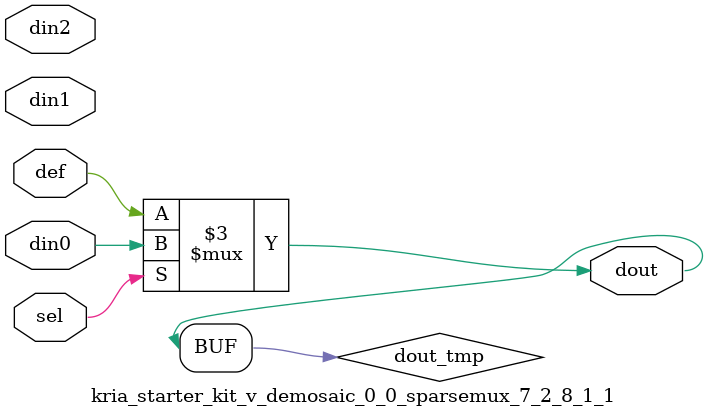
<source format=v>
`timescale 1ns / 1ps

module kria_starter_kit_v_demosaic_0_0_sparsemux_7_2_8_1_1 (din0,din1,din2,def,sel,dout);

parameter din0_WIDTH = 1;

parameter din1_WIDTH = 1;

parameter din2_WIDTH = 1;

parameter def_WIDTH = 1;
parameter sel_WIDTH = 1;
parameter dout_WIDTH = 1;

parameter [sel_WIDTH-1:0] CASE0 = 1;

parameter [sel_WIDTH-1:0] CASE1 = 1;

parameter [sel_WIDTH-1:0] CASE2 = 1;

parameter ID = 1;
parameter NUM_STAGE = 1;



input [din0_WIDTH-1:0] din0;

input [din1_WIDTH-1:0] din1;

input [din2_WIDTH-1:0] din2;

input [def_WIDTH-1:0] def;
input [sel_WIDTH-1:0] sel;

output [dout_WIDTH-1:0] dout;



reg [dout_WIDTH-1:0] dout_tmp;


always @ (*) begin
(* parallel_case *) case (sel)
    
    CASE0 : dout_tmp = din0;
    
    CASE1 : dout_tmp = din1;
    
    CASE2 : dout_tmp = din2;
    
    default : dout_tmp = def;
endcase
end


assign dout = dout_tmp;



endmodule

</source>
